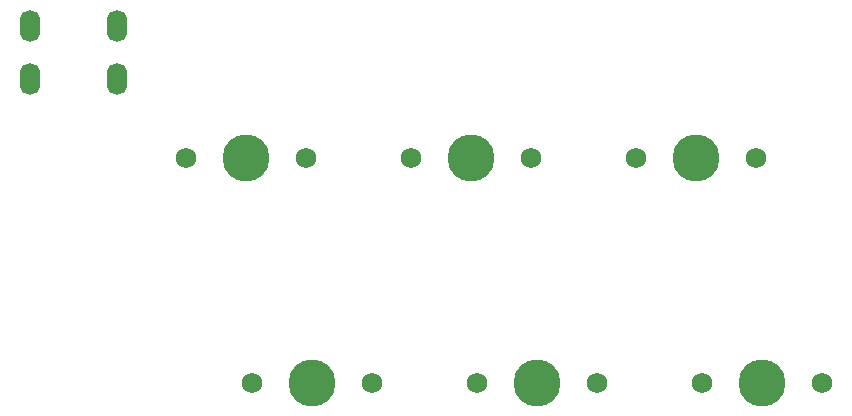
<source format=gbr>
%TF.GenerationSoftware,KiCad,Pcbnew,(6.0.11)*%
%TF.CreationDate,2023-05-27T14:51:32-04:00*%
%TF.ProjectId,MacroPad1.0,4d616372-6f50-4616-9431-2e302e6b6963,rev?*%
%TF.SameCoordinates,Original*%
%TF.FileFunction,Soldermask,Top*%
%TF.FilePolarity,Negative*%
%FSLAX46Y46*%
G04 Gerber Fmt 4.6, Leading zero omitted, Abs format (unit mm)*
G04 Created by KiCad (PCBNEW (6.0.11)) date 2023-05-27 14:51:32*
%MOMM*%
%LPD*%
G01*
G04 APERTURE LIST*
%ADD10C,1.750000*%
%ADD11C,3.987800*%
%ADD12O,1.700000X2.700000*%
G04 APERTURE END LIST*
D10*
%TO.C,MX6*%
X144780000Y-103473250D03*
X134620000Y-103473250D03*
D11*
X139700000Y-103473250D03*
%TD*%
%TO.C,MX3*%
X115062000Y-84423250D03*
D10*
X109982000Y-84423250D03*
X120142000Y-84423250D03*
%TD*%
%TO.C,MX5*%
X139192000Y-84423250D03*
D11*
X134112000Y-84423250D03*
D10*
X129032000Y-84423250D03*
%TD*%
%TO.C,MX4*%
X115570000Y-103473250D03*
X125730000Y-103473250D03*
D11*
X120650000Y-103473250D03*
%TD*%
%TO.C,MX1*%
X96043750Y-84423250D03*
D10*
X101123750Y-84423250D03*
X90963750Y-84423250D03*
%TD*%
%TO.C,MX2*%
X106680000Y-103473250D03*
D11*
X101600000Y-103473250D03*
D10*
X96520000Y-103473250D03*
%TD*%
D12*
%TO.C,USB1*%
X85057000Y-77782500D03*
X77757000Y-77782500D03*
X85057000Y-73282500D03*
X77757000Y-73282500D03*
%TD*%
M02*

</source>
